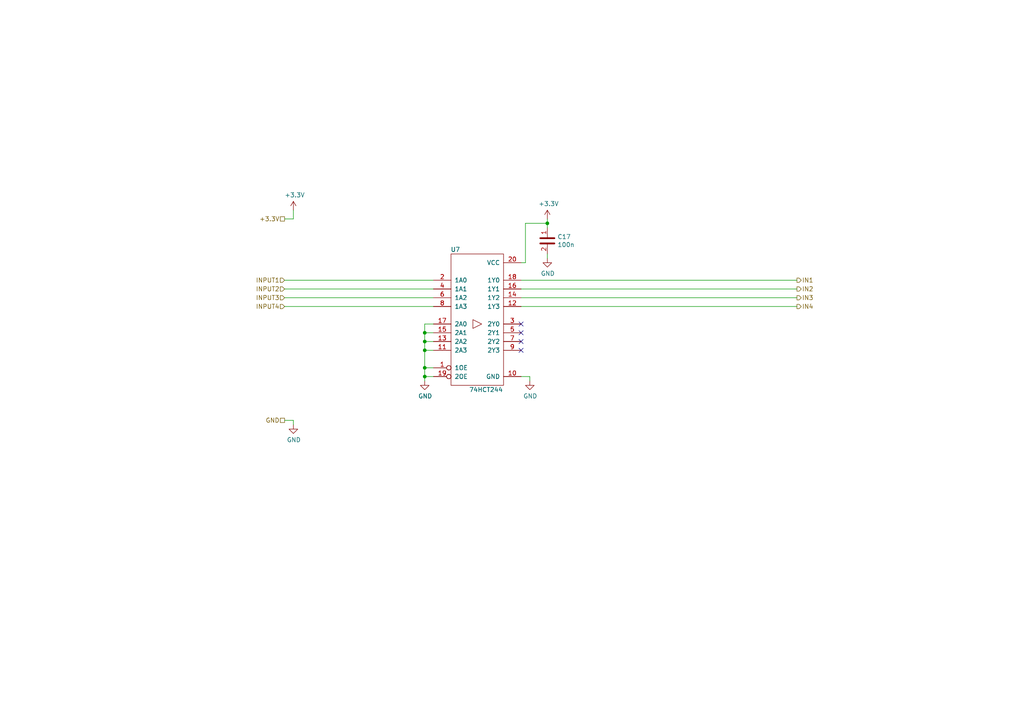
<source format=kicad_sch>
(kicad_sch (version 20211123) (generator eeschema)
  (paper "A4")
  (lib_symbols
    (symbol "p_Logic:74HCT244" (pin_names (offset 1.016))
      (property "Reference" "U" (at -6.35 21.59 0))
      (property "Value" "74HCT244" (at 2.54 -19.05 0))
      (symbol "74HCT244_0_1"
        (rectangle (start 7.62 20.32) (end -7.62 -17.78))
      )
      (symbol "74HCT244_1_1"
        (polyline (pts (xy 1.27 0) (xy -1.27 1.27) (xy -1.27 -1.27) (xy 1.27 0)) (stroke (width 0.1524)))
        (pin input inverted (at -12.7 -12.7 0) (length 5.08) (name "1OE") (number "1"))
        (pin passive line (at 12.7 -15.24 180) (length 5.08) (name "GND") (number "10"))
        (pin input line (at -12.7 -7.62 0) (length 5.08) (name "2A3") (number "11"))
        (pin tri_state line (at 12.7 5.08 180) (length 5.08) (name "1Y3") (number "12"))
        (pin input line (at -12.7 -5.08 0) (length 5.08) (name "2A2") (number "13"))
        (pin tri_state line (at 12.7 7.62 180) (length 5.08) (name "1Y2") (number "14"))
        (pin input line (at -12.7 -2.54 0) (length 5.08) (name "2A1") (number "15"))
        (pin tri_state line (at 12.7 10.16 180) (length 5.08) (name "1Y1") (number "16"))
        (pin input line (at -12.7 0 0) (length 5.08) (name "2A0") (number "17"))
        (pin tri_state line (at 12.7 12.7 180) (length 5.08) (name "1Y0") (number "18"))
        (pin input inverted (at -12.7 -15.24 0) (length 5.08) (name "2OE") (number "19"))
        (pin input line (at -12.7 12.7 0) (length 5.08) (name "1A0") (number "2"))
        (pin power_in line (at 12.7 17.78 180) (length 5.08) (name "VCC") (number "20"))
        (pin tri_state line (at 12.7 0 180) (length 5.08) (name "2Y0") (number "3"))
        (pin input line (at -12.7 10.16 0) (length 5.08) (name "1A1") (number "4"))
        (pin tri_state line (at 12.7 -2.54 180) (length 5.08) (name "2Y1") (number "5"))
        (pin input line (at -12.7 7.62 0) (length 5.08) (name "1A2") (number "6"))
        (pin tri_state line (at 12.7 -5.08 180) (length 5.08) (name "2Y2") (number "7"))
        (pin input line (at -12.7 5.08 0) (length 5.08) (name "1A3") (number "8"))
        (pin tri_state line (at 12.7 -7.62 180) (length 5.08) (name "2Y3") (number "9"))
      )
    )
    (symbol "p_Passive:C_0603" (pin_names (offset 0) hide)
      (property "Reference" "C" (at 0 0 0))
      (property "Value" "C_0603" (at 0 0 0))
      (symbol "C_0603_1_1"
        (polyline (pts (xy -2.032 -0.762) (xy 2.032 -0.762)) (stroke (width 0.508)))
        (polyline (pts (xy -2.032 0.762) (xy 2.032 0.762)) (stroke (width 0.508)))
        (pin passive line (at 0 3.81 270) (length 2.794) (name "~") (number "1"))
        (pin passive line (at 0 -3.81 90) (length 2.794) (name "~") (number "2"))
      )
    )
    (symbol "power:+3.3V" (power) (pin_names (offset 0))
      (property "Value" "+3.3V" (at 0 3.556 0))
      (symbol "+3.3V_0_1"
        (polyline (pts (xy -0.762 1.27) (xy 0 2.54)))
        (polyline (pts (xy 0 0) (xy 0 2.54)))
        (polyline (pts (xy 0 2.54) (xy 0.762 1.27)))
      )
      (symbol "+3.3V_1_1"
        (pin power_in line (at 0 0 90) (length 0) hide (name "+3.3V") (number "1"))
      )
    )
    (symbol "power:GND" (power) (pin_names (offset 0))
      (property "Value" "GND" (at 0 -3.81 0))
      (symbol "GND_0_1"
        (polyline (pts (xy 0 0) (xy 0 -1.27) (xy 1.27 -1.27) (xy 0 -2.54) (xy -1.27 -1.27) (xy 0 -1.27)))
      )
      (symbol "GND_1_1"
        (pin power_in line (at 0 0 270) (length 0) hide (name "GND") (number "1"))
      )
    )
  )
  (junction (at 158.75 64.77))
  (junction (at 123.19 101.6))
  (junction (at 123.19 109.22))
  (junction (at 123.19 96.52))
  (junction (at 123.19 99.06))
  (junction (at 123.19 106.68))
  (no_connect (at 151.13 96.52))
  (no_connect (at 151.13 93.98))
  (no_connect (at 151.13 99.06))
  (no_connect (at 151.13 101.6))
  (wire (pts (xy 152.4 76.2) (xy 152.4 64.77)))
  (wire (pts (xy 85.09 63.5) (xy 85.09 60.96)))
  (wire (pts (xy 151.13 109.22) (xy 153.67 109.22)))
  (wire (pts (xy 125.73 93.98) (xy 123.19 93.98)))
  (wire (pts (xy 123.19 110.49) (xy 123.19 109.22)))
  (wire (pts (xy 123.19 109.22) (xy 123.19 106.68)))
  (wire (pts (xy 158.75 63.5) (xy 158.75 64.77)))
  (wire (pts (xy 151.13 86.36) (xy 231.14 86.36)))
  (wire (pts (xy 231.14 83.82) (xy 151.13 83.82)))
  (wire (pts (xy 158.75 73.66) (xy 158.75 74.93)))
  (wire (pts (xy 153.67 109.22) (xy 153.67 110.49)))
  (wire (pts (xy 123.19 99.06) (xy 125.73 99.06)))
  (wire (pts (xy 82.55 121.92) (xy 85.09 121.92)))
  (wire (pts (xy 85.09 121.92) (xy 85.09 123.19)))
  (wire (pts (xy 125.73 88.9) (xy 82.55 88.9)))
  (wire (pts (xy 125.73 101.6) (xy 123.19 101.6)))
  (wire (pts (xy 82.55 86.36) (xy 125.73 86.36)))
  (wire (pts (xy 123.19 93.98) (xy 123.19 96.52)))
  (wire (pts (xy 151.13 81.28) (xy 231.14 81.28)))
  (wire (pts (xy 123.19 101.6) (xy 123.19 99.06)))
  (wire (pts (xy 158.75 64.77) (xy 158.75 66.04)))
  (wire (pts (xy 125.73 81.28) (xy 82.55 81.28)))
  (wire (pts (xy 125.73 109.22) (xy 123.19 109.22)))
  (wire (pts (xy 123.19 106.68) (xy 123.19 101.6)))
  (wire (pts (xy 82.55 83.82) (xy 125.73 83.82)))
  (wire (pts (xy 123.19 106.68) (xy 125.73 106.68)))
  (wire (pts (xy 152.4 64.77) (xy 158.75 64.77)))
  (wire (pts (xy 151.13 76.2) (xy 152.4 76.2)))
  (wire (pts (xy 231.14 88.9) (xy 151.13 88.9)))
  (wire (pts (xy 123.19 96.52) (xy 123.19 99.06)))
  (wire (pts (xy 82.55 63.5) (xy 85.09 63.5)))
  (wire (pts (xy 125.73 96.52) (xy 123.19 96.52)))
  (hierarchical_label "GND" (shape passive) (at 82.55 121.92 180))
  (hierarchical_label "IN3" (shape output) (at 231.14 86.36 0))
  (hierarchical_label "+3.3V" (shape passive) (at 82.55 63.5 180))
  (hierarchical_label "INPUT1" (shape input) (at 82.55 81.28 180))
  (hierarchical_label "INPUT3" (shape input) (at 82.55 86.36 180))
  (hierarchical_label "IN2" (shape output) (at 231.14 83.82 0))
  (hierarchical_label "IN1" (shape output) (at 231.14 81.28 0))
  (hierarchical_label "INPUT2" (shape input) (at 82.55 83.82 180))
  (hierarchical_label "IN4" (shape output) (at 231.14 88.9 0))
  (hierarchical_label "INPUT4" (shape input) (at 82.55 88.9 180))
  (symbol (lib_id "p_Logic:74HCT244") (at 138.43 93.98 0) (unit 1)
    (property "Reference" "U7" (at 132.08 72.39 0))
    (property "Value" "74HCT244" (at 140.97 113.03 0))
    (property "Footprint" "p_Package_SO:SOIC-20W_7.5x12.8mm_P1.27mm" (effects hide))
    (property "Datasheet" "${KI_PERSO_COMPLIB}/datasheets/p_Logic/74HC_HCT244.pdf" (effects hide))
  )
  (symbol (lib_id "power:GND") (at 85.09 123.19 0) (unit 1)
    (property "Reference" "#PWR067" (effects hide))
    (property "Value" "GND" (at 85.217 127.5842 0))
  )
  (symbol (lib_id "power:GND") (at 123.19 110.49 0) (unit 1)
    (property "Reference" "#PWR068" (effects hide))
    (property "Value" "GND" (at 123.317 114.8842 0))
  )
  (symbol (lib_id "power:GND") (at 153.67 110.49 0) (unit 1)
    (property "Reference" "#PWR069" (effects hide))
    (property "Value" "GND" (at 153.797 114.8842 0))
  )
  (symbol (lib_id "p_Passive:C_0603") (at 158.75 69.85 0) (unit 1)
    (property "Reference" "C17" (at 161.671 68.6816 0) (effects (justify left)))
    (property "Value" "100n" (at 161.671 70.993 0) (effects (justify left)))
    (property "Footprint" "p_Package_Capacitor_SMD:C_0603_1608Metric_Pad1.08x0.95mm_HandSolder" (effects hide))
  )
  (symbol (lib_id "power:GND") (at 158.75 74.93 0) (unit 1)
    (property "Reference" "#PWR071" (effects hide))
    (property "Value" "GND" (at 158.877 79.3242 0))
  )
  (symbol (lib_id "power:+3.3V") (at 85.09 60.96 0) (unit 1)
    (property "Reference" "#PWR066" (effects hide))
    (property "Value" "+3.3V" (at 85.471 56.5658 0))
  )
  (symbol (lib_id "power:+3.3V") (at 158.75 63.5 0) (unit 1)
    (property "Reference" "#PWR070" (effects hide))
    (property "Value" "+3.3V" (at 159.131 59.1058 0))
  )
)
</source>
